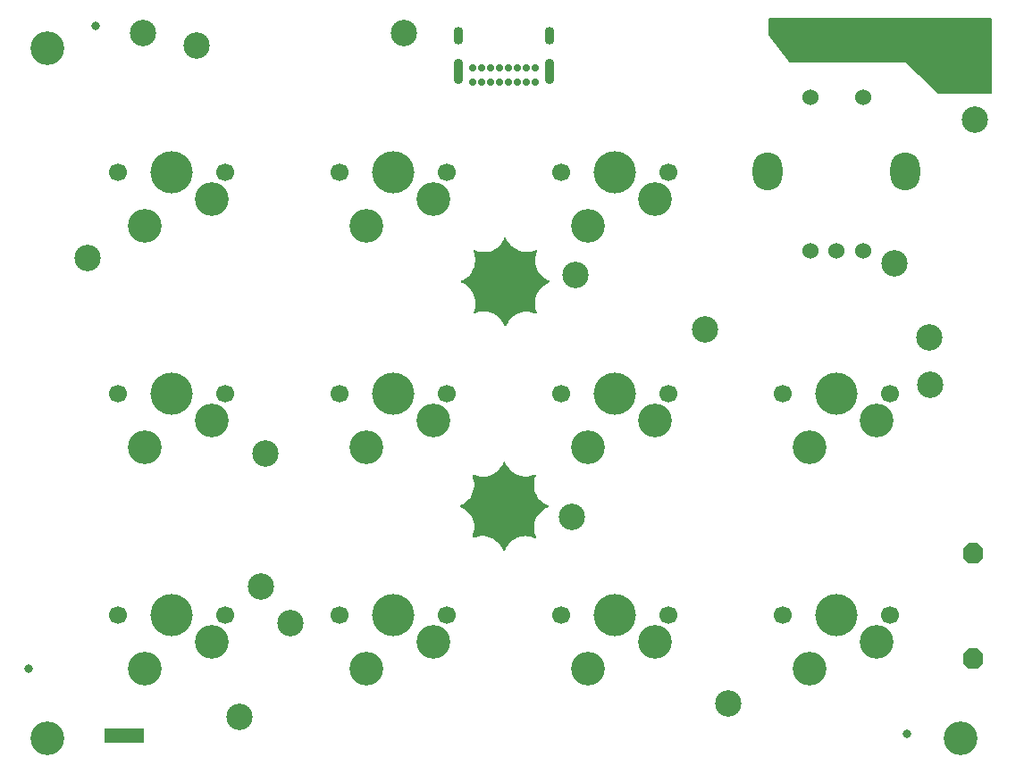
<source format=gts>
G04 #@! TF.GenerationSoftware,KiCad,Pcbnew,8.0.7*
G04 #@! TF.CreationDate,2025-01-08T02:37:30+02:00*
G04 #@! TF.ProjectId,000018 PGKB,30303030-3138-4205-9047-4b422e6b6963,3.0*
G04 #@! TF.SameCoordinates,Original*
G04 #@! TF.FileFunction,Soldermask,Top*
G04 #@! TF.FilePolarity,Negative*
%FSLAX46Y46*%
G04 Gerber Fmt 4.6, Leading zero omitted, Abs format (unit mm)*
G04 Created by KiCad (PCBNEW 8.0.7) date 2025-01-08 02:37:30*
%MOMM*%
%LPD*%
G01*
G04 APERTURE LIST*
%ADD10C,0.200000*%
%ADD11C,1.000000*%
%ADD12C,1.700000*%
%ADD13C,4.000000*%
%ADD14C,3.200000*%
%ADD15C,0.800000*%
%ADD16O,2.800000X3.600000*%
%ADD17C,1.524000*%
%ADD18C,2.500000*%
%ADD19C,0.700000*%
%ADD20O,0.900000X1.700000*%
%ADD21O,0.900000X2.400000*%
G04 APERTURE END LIST*
D10*
X135500000Y-111000000D02*
X130500000Y-111000000D01*
X127500000Y-108000000D01*
X116500000Y-108000000D01*
X114500000Y-105500000D01*
X114500000Y-104000000D01*
X135500000Y-104000000D01*
X135500000Y-111000000D01*
G36*
X135500000Y-111000000D02*
G01*
X130500000Y-111000000D01*
X127500000Y-108000000D01*
X116500000Y-108000000D01*
X114500000Y-105500000D01*
X114500000Y-104000000D01*
X135500000Y-104000000D01*
X135500000Y-111000000D01*
G37*
G04 #@! TO.C,ART1*
G36*
X51500000Y-171300000D02*
G01*
X55300000Y-171300000D01*
X55300000Y-172600000D01*
X51500000Y-172600000D01*
X51500000Y-171300000D01*
G37*
G04 #@! TD*
D11*
G04 #@! TO.C,H5*
X87100000Y-150200000D03*
X87800000Y-148600000D03*
X87800000Y-151800000D03*
X89400000Y-147900000D03*
G36*
X89423315Y-146005110D02*
G01*
X89434400Y-146006103D01*
X89446809Y-146014832D01*
X89459378Y-146020032D01*
X89465454Y-146027946D01*
X89476740Y-146035883D01*
X89484653Y-146052949D01*
X89490904Y-146061088D01*
X89490905Y-146061087D01*
X89544106Y-146189397D01*
X89583309Y-146257244D01*
X89872711Y-146670676D01*
X90048797Y-146846634D01*
X90269254Y-147015671D01*
X90509889Y-147154487D01*
X90766584Y-147260706D01*
X91034948Y-147332511D01*
X91310388Y-147368672D01*
X91588192Y-147368573D01*
X91863606Y-147332213D01*
X92131918Y-147260216D01*
X92260227Y-147207015D01*
X92260228Y-147207016D01*
X92280241Y-147204374D01*
X92327682Y-147187032D01*
X92378672Y-147195949D01*
X92418372Y-147229167D01*
X92436144Y-147277784D01*
X92427227Y-147328774D01*
X92427227Y-147328775D01*
X92372615Y-147446171D01*
X92294195Y-147692966D01*
X92247734Y-147947719D01*
X92233985Y-148206308D01*
X92253169Y-148464551D01*
X92304976Y-148718270D01*
X92388569Y-148963361D01*
X92502594Y-149195860D01*
X92645208Y-149412005D01*
X92814104Y-149608300D01*
X93006549Y-149781570D01*
X93219431Y-149929011D01*
X93449305Y-150048239D01*
X93570900Y-150092724D01*
X93570900Y-150092725D01*
X93613239Y-150122506D01*
X93635016Y-150169466D01*
X93630394Y-150221023D01*
X93600613Y-150263362D01*
X93553653Y-150285139D01*
X93547175Y-150284558D01*
X93538912Y-150290904D01*
X93538913Y-150290905D01*
X93410603Y-150344106D01*
X93342756Y-150383309D01*
X92929324Y-150672711D01*
X92753366Y-150848797D01*
X92584329Y-151069254D01*
X92445513Y-151309889D01*
X92339294Y-151566584D01*
X92267489Y-151834948D01*
X92231328Y-152110388D01*
X92231427Y-152388192D01*
X92267787Y-152663606D01*
X92339784Y-152931918D01*
X92392985Y-153060227D01*
X92392984Y-153060228D01*
X92395608Y-153080103D01*
X92412986Y-153127643D01*
X92404069Y-153178633D01*
X92370851Y-153218333D01*
X92322234Y-153236105D01*
X92271244Y-153227188D01*
X92271244Y-153227187D01*
X92153846Y-153172575D01*
X91907048Y-153094154D01*
X91652291Y-153047693D01*
X91393699Y-153033945D01*
X91135452Y-153053131D01*
X90881730Y-153104940D01*
X90636636Y-153188536D01*
X90404136Y-153302566D01*
X90187989Y-153445184D01*
X89991694Y-153614085D01*
X89818425Y-153806535D01*
X89670985Y-154019421D01*
X89551759Y-154249301D01*
X89507276Y-154370899D01*
X89507276Y-154370898D01*
X89477496Y-154413238D01*
X89430536Y-154435015D01*
X89378979Y-154430395D01*
X89336639Y-154400615D01*
X89314862Y-154353655D01*
X89315443Y-154347174D01*
X89309097Y-154338911D01*
X89309096Y-154338912D01*
X89255894Y-154210602D01*
X89216696Y-154142763D01*
X88927284Y-153729317D01*
X88751204Y-153553364D01*
X88530746Y-153384327D01*
X88290111Y-153245512D01*
X88033416Y-153139293D01*
X87765052Y-153067488D01*
X87489612Y-153031326D01*
X87211808Y-153031426D01*
X86936394Y-153067786D01*
X86668082Y-153139783D01*
X86539773Y-153192984D01*
X86519737Y-153195629D01*
X86508855Y-153199607D01*
X86500575Y-153198158D01*
X86488454Y-153199759D01*
X86472885Y-153193316D01*
X86457865Y-153190690D01*
X86449381Y-153183590D01*
X86440623Y-153179967D01*
X86432667Y-153169606D01*
X86418165Y-153157472D01*
X86413455Y-153144587D01*
X86409097Y-153138912D01*
X86407807Y-153129134D01*
X86400393Y-153108855D01*
X86403092Y-153093423D01*
X86402322Y-153087593D01*
X86405421Y-153080103D01*
X86409310Y-153057865D01*
X86409311Y-153057865D01*
X86463923Y-152940467D01*
X86542344Y-152693669D01*
X86588805Y-152438912D01*
X86602553Y-152180320D01*
X86583367Y-151922073D01*
X86531558Y-151668351D01*
X86447962Y-151423257D01*
X86333932Y-151190757D01*
X86191314Y-150974610D01*
X86022413Y-150778315D01*
X85829963Y-150605046D01*
X85617077Y-150457606D01*
X85387197Y-150338380D01*
X85265599Y-150293897D01*
X85265600Y-150293897D01*
X85253182Y-150285162D01*
X85239152Y-150279357D01*
X85232370Y-150270524D01*
X85223260Y-150264117D01*
X85216873Y-150250342D01*
X85207626Y-150238301D01*
X85206169Y-150227260D01*
X85201483Y-150217157D01*
X85202839Y-150202034D01*
X85200851Y-150186983D01*
X85205109Y-150176693D01*
X85206103Y-150165600D01*
X85214838Y-150153182D01*
X85220643Y-150139152D01*
X85229476Y-150132370D01*
X85235883Y-150123260D01*
X85249658Y-150116873D01*
X85261699Y-150107626D01*
X85261698Y-150107625D01*
X85390008Y-150054423D01*
X85466392Y-150010287D01*
X85867821Y-149729287D01*
X86047246Y-149549733D01*
X86216283Y-149329275D01*
X86355098Y-149088640D01*
X86461317Y-148831945D01*
X86533122Y-148563581D01*
X86569284Y-148288141D01*
X86569184Y-148010337D01*
X86532824Y-147734923D01*
X86460827Y-147466611D01*
X86407626Y-147338302D01*
X86405630Y-147323181D01*
X86400393Y-147308855D01*
X86402300Y-147297954D01*
X86400851Y-147286983D01*
X86406683Y-147272891D01*
X86409310Y-147257865D01*
X86416412Y-147249378D01*
X86420643Y-147239152D01*
X86432741Y-147229863D01*
X86442528Y-147218165D01*
X86452922Y-147214366D01*
X86461698Y-147207626D01*
X86476820Y-147205630D01*
X86491145Y-147200393D01*
X86502047Y-147202300D01*
X86513017Y-147200851D01*
X86527110Y-147206683D01*
X86542135Y-147209310D01*
X86542135Y-147209311D01*
X86659533Y-147263923D01*
X86906331Y-147342344D01*
X87161088Y-147388805D01*
X87419680Y-147402553D01*
X87677927Y-147383367D01*
X87931649Y-147331558D01*
X88176743Y-147247962D01*
X88409243Y-147133932D01*
X88625390Y-146991314D01*
X88821685Y-146822413D01*
X88994954Y-146629963D01*
X89142394Y-146417077D01*
X89261620Y-146187197D01*
X89306103Y-146065599D01*
X89306103Y-146065600D01*
X89310654Y-146059131D01*
X89319173Y-146038541D01*
X89332137Y-146028587D01*
X89335883Y-146023260D01*
X89343938Y-146019525D01*
X89360229Y-146007015D01*
X89375167Y-146005043D01*
X89382843Y-146001483D01*
X89394333Y-146002513D01*
X89411547Y-146000240D01*
X89423315Y-146005110D01*
G37*
X89400000Y-152500000D03*
X90900000Y-151900000D03*
X91000000Y-148600000D03*
X91700000Y-150200000D03*
G04 #@! TD*
D12*
G04 #@! TO.C,S3*
X104980000Y-160500000D03*
D13*
X99900000Y-160500000D03*
D12*
X94820000Y-160500000D03*
D14*
X103710000Y-163040000D03*
X97360000Y-165580000D03*
G04 #@! TD*
D11*
G04 #@! TO.C,H6*
X87200000Y-128900000D03*
X87900000Y-127300000D03*
X87900000Y-130500000D03*
X89500000Y-126600000D03*
G36*
X89523315Y-124705110D02*
G01*
X89534400Y-124706103D01*
X89546809Y-124714832D01*
X89559378Y-124720032D01*
X89565454Y-124727946D01*
X89576740Y-124735883D01*
X89584653Y-124752949D01*
X89590904Y-124761088D01*
X89590905Y-124761087D01*
X89644106Y-124889397D01*
X89683309Y-124957244D01*
X89972711Y-125370676D01*
X90148797Y-125546634D01*
X90369254Y-125715671D01*
X90609889Y-125854487D01*
X90866584Y-125960706D01*
X91134948Y-126032511D01*
X91410388Y-126068672D01*
X91688192Y-126068573D01*
X91963606Y-126032213D01*
X92231918Y-125960216D01*
X92360227Y-125907015D01*
X92360228Y-125907016D01*
X92380241Y-125904374D01*
X92427682Y-125887032D01*
X92478672Y-125895949D01*
X92518372Y-125929167D01*
X92536144Y-125977784D01*
X92527227Y-126028774D01*
X92527227Y-126028775D01*
X92472615Y-126146171D01*
X92394195Y-126392966D01*
X92347734Y-126647719D01*
X92333985Y-126906308D01*
X92353169Y-127164551D01*
X92404976Y-127418270D01*
X92488569Y-127663361D01*
X92602594Y-127895860D01*
X92745208Y-128112005D01*
X92914104Y-128308300D01*
X93106549Y-128481570D01*
X93319431Y-128629011D01*
X93549305Y-128748239D01*
X93670900Y-128792724D01*
X93670900Y-128792725D01*
X93713239Y-128822506D01*
X93735016Y-128869466D01*
X93730394Y-128921023D01*
X93700613Y-128963362D01*
X93653653Y-128985139D01*
X93647175Y-128984558D01*
X93638912Y-128990904D01*
X93638913Y-128990905D01*
X93510603Y-129044106D01*
X93442756Y-129083309D01*
X93029324Y-129372711D01*
X92853366Y-129548797D01*
X92684329Y-129769254D01*
X92545513Y-130009889D01*
X92439294Y-130266584D01*
X92367489Y-130534948D01*
X92331328Y-130810388D01*
X92331427Y-131088192D01*
X92367787Y-131363606D01*
X92439784Y-131631918D01*
X92492985Y-131760227D01*
X92492984Y-131760228D01*
X92495608Y-131780103D01*
X92512986Y-131827643D01*
X92504069Y-131878633D01*
X92470851Y-131918333D01*
X92422234Y-131936105D01*
X92371244Y-131927188D01*
X92371244Y-131927187D01*
X92253846Y-131872575D01*
X92007048Y-131794154D01*
X91752291Y-131747693D01*
X91493699Y-131733945D01*
X91235452Y-131753131D01*
X90981730Y-131804940D01*
X90736636Y-131888536D01*
X90504136Y-132002566D01*
X90287989Y-132145184D01*
X90091694Y-132314085D01*
X89918425Y-132506535D01*
X89770985Y-132719421D01*
X89651759Y-132949301D01*
X89607276Y-133070899D01*
X89607276Y-133070898D01*
X89577496Y-133113238D01*
X89530536Y-133135015D01*
X89478979Y-133130395D01*
X89436639Y-133100615D01*
X89414862Y-133053655D01*
X89415443Y-133047174D01*
X89409097Y-133038911D01*
X89409096Y-133038912D01*
X89355894Y-132910602D01*
X89316696Y-132842763D01*
X89027284Y-132429317D01*
X88851204Y-132253364D01*
X88630746Y-132084327D01*
X88390111Y-131945512D01*
X88133416Y-131839293D01*
X87865052Y-131767488D01*
X87589612Y-131731326D01*
X87311808Y-131731426D01*
X87036394Y-131767786D01*
X86768082Y-131839783D01*
X86639773Y-131892984D01*
X86619737Y-131895629D01*
X86608855Y-131899607D01*
X86600575Y-131898158D01*
X86588454Y-131899759D01*
X86572885Y-131893316D01*
X86557865Y-131890690D01*
X86549381Y-131883590D01*
X86540623Y-131879967D01*
X86532667Y-131869606D01*
X86518165Y-131857472D01*
X86513455Y-131844587D01*
X86509097Y-131838912D01*
X86507807Y-131829134D01*
X86500393Y-131808855D01*
X86503092Y-131793423D01*
X86502322Y-131787593D01*
X86505421Y-131780103D01*
X86509310Y-131757865D01*
X86509311Y-131757865D01*
X86563923Y-131640467D01*
X86642344Y-131393669D01*
X86688805Y-131138912D01*
X86702553Y-130880320D01*
X86683367Y-130622073D01*
X86631558Y-130368351D01*
X86547962Y-130123257D01*
X86433932Y-129890757D01*
X86291314Y-129674610D01*
X86122413Y-129478315D01*
X85929963Y-129305046D01*
X85717077Y-129157606D01*
X85487197Y-129038380D01*
X85365599Y-128993897D01*
X85365600Y-128993897D01*
X85353182Y-128985162D01*
X85339152Y-128979357D01*
X85332370Y-128970524D01*
X85323260Y-128964117D01*
X85316873Y-128950342D01*
X85307626Y-128938301D01*
X85306169Y-128927260D01*
X85301483Y-128917157D01*
X85302839Y-128902034D01*
X85300851Y-128886983D01*
X85305109Y-128876693D01*
X85306103Y-128865600D01*
X85314838Y-128853182D01*
X85320643Y-128839152D01*
X85329476Y-128832370D01*
X85335883Y-128823260D01*
X85349658Y-128816873D01*
X85361699Y-128807626D01*
X85361698Y-128807625D01*
X85490008Y-128754423D01*
X85566392Y-128710287D01*
X85967821Y-128429287D01*
X86147246Y-128249733D01*
X86316283Y-128029275D01*
X86455098Y-127788640D01*
X86561317Y-127531945D01*
X86633122Y-127263581D01*
X86669284Y-126988141D01*
X86669184Y-126710337D01*
X86632824Y-126434923D01*
X86560827Y-126166611D01*
X86507626Y-126038302D01*
X86505630Y-126023181D01*
X86500393Y-126008855D01*
X86502300Y-125997954D01*
X86500851Y-125986983D01*
X86506683Y-125972891D01*
X86509310Y-125957865D01*
X86516412Y-125949378D01*
X86520643Y-125939152D01*
X86532741Y-125929863D01*
X86542528Y-125918165D01*
X86552922Y-125914366D01*
X86561698Y-125907626D01*
X86576820Y-125905630D01*
X86591145Y-125900393D01*
X86602047Y-125902300D01*
X86613017Y-125900851D01*
X86627110Y-125906683D01*
X86642135Y-125909310D01*
X86642135Y-125909311D01*
X86759533Y-125963923D01*
X87006331Y-126042344D01*
X87261088Y-126088805D01*
X87519680Y-126102553D01*
X87777927Y-126083367D01*
X88031649Y-126031558D01*
X88276743Y-125947962D01*
X88509243Y-125833932D01*
X88725390Y-125691314D01*
X88921685Y-125522413D01*
X89094954Y-125329963D01*
X89242394Y-125117077D01*
X89361620Y-124887197D01*
X89406103Y-124765599D01*
X89406103Y-124765600D01*
X89410654Y-124759131D01*
X89419173Y-124738541D01*
X89432137Y-124728587D01*
X89435883Y-124723260D01*
X89443938Y-124719525D01*
X89460229Y-124707015D01*
X89475167Y-124705043D01*
X89482843Y-124701483D01*
X89494333Y-124702513D01*
X89511547Y-124700240D01*
X89523315Y-124705110D01*
G37*
X89500000Y-131200000D03*
X91000000Y-130600000D03*
X91100000Y-127300000D03*
X91800000Y-128900000D03*
G04 #@! TD*
D12*
G04 #@! TO.C,S7*
X104980000Y-139500000D03*
D13*
X99900000Y-139500000D03*
D12*
X94820000Y-139500000D03*
D14*
X103710000Y-142040000D03*
X97360000Y-144580000D03*
G04 #@! TD*
D12*
G04 #@! TO.C,S5*
X62980000Y-139500000D03*
D13*
X57900000Y-139500000D03*
D12*
X52820000Y-139500000D03*
D14*
X61710000Y-142040000D03*
X55360000Y-144580000D03*
G04 #@! TD*
D15*
G04 #@! TO.C,FD3*
X127597202Y-171790000D03*
G04 #@! TD*
D12*
G04 #@! TO.C,S1*
X62980000Y-160500000D03*
D13*
X57900000Y-160500000D03*
D12*
X52820000Y-160500000D03*
D14*
X61710000Y-163040000D03*
X55360000Y-165580000D03*
G04 #@! TD*
D15*
G04 #@! TO.C,FD1*
X44347202Y-165590000D03*
G04 #@! TD*
D12*
G04 #@! TO.C,S10*
X83980000Y-118500000D03*
D13*
X78900000Y-118500000D03*
D12*
X73820000Y-118500000D03*
D14*
X82710000Y-121040000D03*
X76360000Y-123580000D03*
G04 #@! TD*
G04 #@! TO.C,H1*
X46150000Y-106750000D03*
G04 #@! TD*
D15*
G04 #@! TO.C,FD5*
X50697202Y-104690000D03*
G04 #@! TD*
D12*
G04 #@! TO.C,S4*
X125980000Y-160500000D03*
D13*
X120900000Y-160500000D03*
D12*
X115820000Y-160500000D03*
D14*
X124710000Y-163040000D03*
X118360000Y-165580000D03*
G04 #@! TD*
D12*
G04 #@! TO.C,S11*
X104980000Y-118500000D03*
D13*
X99900000Y-118500000D03*
D12*
X94820000Y-118500000D03*
D14*
X103710000Y-121040000D03*
X97360000Y-123580000D03*
G04 #@! TD*
D12*
G04 #@! TO.C,S6*
X83980000Y-139500000D03*
D13*
X78900000Y-139500000D03*
D12*
X73820000Y-139500000D03*
D14*
X82710000Y-142040000D03*
X76360000Y-144580000D03*
G04 #@! TD*
D12*
G04 #@! TO.C,S8*
X125980000Y-139500000D03*
D13*
X120900000Y-139500000D03*
D12*
X115820000Y-139500000D03*
D14*
X124710000Y-142040000D03*
X118360000Y-144580000D03*
G04 #@! TD*
G04 #@! TO.C,H4*
X46150000Y-172250000D03*
G04 #@! TD*
G04 #@! TO.C,J3*
G36*
X132914079Y-164164079D02*
G01*
X133364079Y-163714079D01*
X133400000Y-163699200D01*
X134300000Y-163699200D01*
X134335921Y-163714079D01*
X134785921Y-164164079D01*
X134800800Y-164200000D01*
X134800800Y-165100000D01*
X134785921Y-165135921D01*
X134335921Y-165585921D01*
X134300000Y-165600800D01*
X133400000Y-165600800D01*
X133364079Y-165585921D01*
X132914079Y-165135921D01*
X132899200Y-165100000D01*
X132899200Y-164200000D01*
X132914079Y-164164079D01*
G37*
G36*
X132914079Y-154164079D02*
G01*
X133364079Y-153714079D01*
X133400000Y-153699200D01*
X134300000Y-153699200D01*
X134335921Y-153714079D01*
X134785921Y-154164079D01*
X134800800Y-154200000D01*
X134800800Y-155100000D01*
X134785921Y-155135921D01*
X134335921Y-155585921D01*
X134300000Y-155600800D01*
X133400000Y-155600800D01*
X133364079Y-155585921D01*
X132914079Y-155135921D01*
X132899200Y-155100000D01*
X132899200Y-154200000D01*
X132914079Y-154164079D01*
G37*
G04 #@! TD*
G04 #@! TO.C,H3*
X132650000Y-106750000D03*
G04 #@! TD*
D12*
G04 #@! TO.C,S2*
X83980000Y-160500000D03*
D13*
X78900000Y-160500000D03*
D12*
X73820000Y-160500000D03*
D14*
X82710000Y-163040000D03*
X76360000Y-165580000D03*
G04 #@! TD*
G04 #@! TO.C,H2*
X132650000Y-172250000D03*
G04 #@! TD*
D12*
G04 #@! TO.C,S9*
X62980000Y-118500000D03*
D13*
X57900000Y-118500000D03*
D12*
X52820000Y-118500000D03*
D14*
X61710000Y-121040000D03*
X55360000Y-123580000D03*
G04 #@! TD*
D16*
G04 #@! TO.C,S20*
X114400000Y-118450000D03*
X127400000Y-118450000D03*
D17*
X118400000Y-125950000D03*
X123400000Y-125950000D03*
X120900000Y-125950000D03*
X118400000Y-111450000D03*
X123400000Y-111450000D03*
G04 #@! TD*
D18*
G04 #@! TO.C,TP1*
X64300000Y-170200000D03*
G04 #@! TD*
G04 #@! TO.C,TP11*
X60300000Y-106500000D03*
G04 #@! TD*
G04 #@! TO.C,TP12*
X79900000Y-105350000D03*
G04 #@! TD*
G04 #@! TO.C,TP6*
X49900000Y-126700000D03*
G04 #@! TD*
G04 #@! TO.C,TP15*
X66400000Y-157800000D03*
G04 #@! TD*
G04 #@! TO.C,TP4*
X129700000Y-134200000D03*
G04 #@! TD*
G04 #@! TO.C,TP7*
X69149789Y-161299326D03*
G04 #@! TD*
D19*
G04 #@! TO.C,J1*
X86405000Y-109960000D03*
X87255000Y-109960000D03*
X88105000Y-109960000D03*
X88955000Y-109960000D03*
X89805000Y-109960000D03*
X90655000Y-109960000D03*
X91505000Y-109960000D03*
X92355000Y-109960000D03*
X92355000Y-108610000D03*
X91505000Y-108610000D03*
X90655000Y-108610000D03*
X89805000Y-108610000D03*
X88955000Y-108610000D03*
X88105000Y-108610000D03*
X87255000Y-108610000D03*
X86405000Y-108610000D03*
D20*
X85055000Y-105600000D03*
D21*
X85055000Y-108980000D03*
D20*
X93705000Y-105600000D03*
D21*
X93705000Y-108980000D03*
G04 #@! TD*
D18*
G04 #@! TO.C,TP13*
X110597137Y-168902694D03*
G04 #@! TD*
G04 #@! TO.C,TP8*
X66800000Y-145200000D03*
G04 #@! TD*
G04 #@! TO.C,TP14*
X126400000Y-127200000D03*
G04 #@! TD*
G04 #@! TO.C,TP10*
X108400000Y-133400000D03*
G04 #@! TD*
G04 #@! TO.C,TP2*
X95800000Y-151200000D03*
G04 #@! TD*
G04 #@! TO.C,TP16*
X55200000Y-105350000D03*
G04 #@! TD*
G04 #@! TO.C,TP17*
X96200000Y-128300000D03*
G04 #@! TD*
G04 #@! TO.C,TP3*
X129800000Y-138700000D03*
G04 #@! TD*
G04 #@! TO.C,TP5*
X134000000Y-113500000D03*
G04 #@! TD*
M02*

</source>
